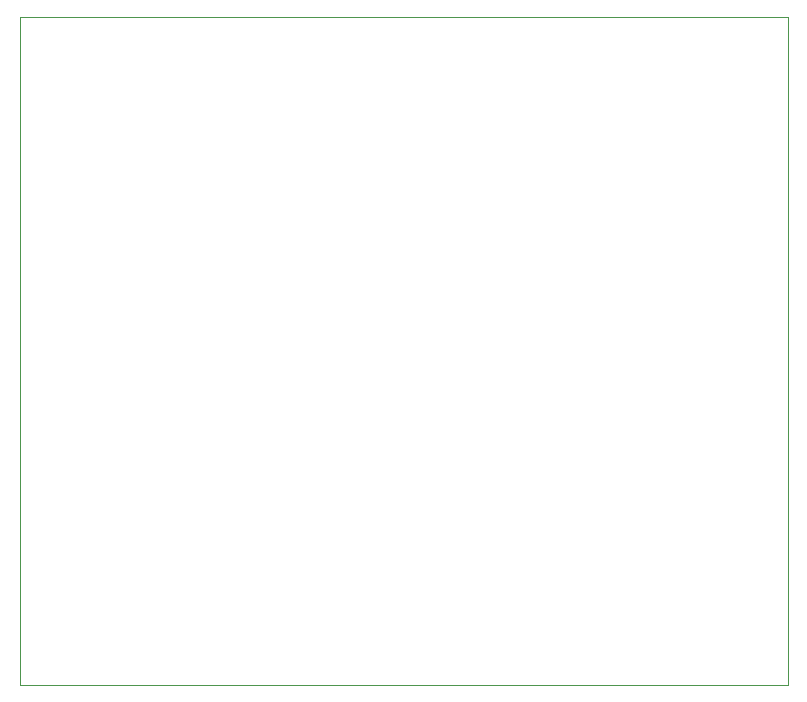
<source format=gbr>
%TF.GenerationSoftware,KiCad,Pcbnew,(6.0.1)*%
%TF.CreationDate,2022-01-30T17:08:53-06:00*%
%TF.ProjectId,BlackBox Hat,426c6163-6b42-46f7-9820-4861742e6b69,rev?*%
%TF.SameCoordinates,Original*%
%TF.FileFunction,Profile,NP*%
%FSLAX46Y46*%
G04 Gerber Fmt 4.6, Leading zero omitted, Abs format (unit mm)*
G04 Created by KiCad (PCBNEW (6.0.1)) date 2022-01-30 17:08:53*
%MOMM*%
%LPD*%
G01*
G04 APERTURE LIST*
%TA.AperFunction,Profile*%
%ADD10C,0.100000*%
%TD*%
G04 APERTURE END LIST*
D10*
X12700000Y-132400000D02*
X77700000Y-132400000D01*
X77700000Y-132400000D02*
X77700000Y-75900000D01*
X77700000Y-75900000D02*
X12700000Y-75900000D01*
X12700000Y-75900000D02*
X12700000Y-132400000D01*
M02*

</source>
